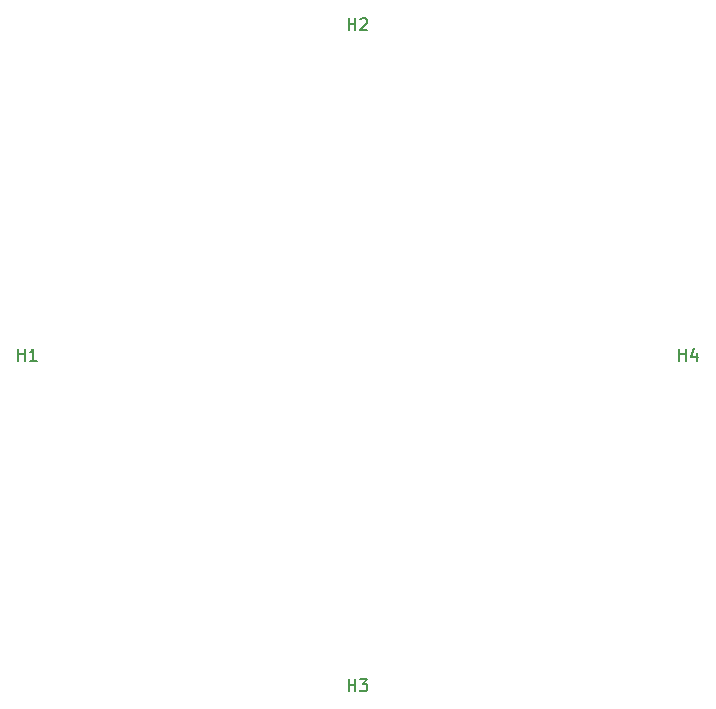
<source format=gbr>
G04 #@! TF.GenerationSoftware,KiCad,Pcbnew,(5.0.2)-1*
G04 #@! TF.CreationDate,2019-06-21T17:09:31-07:00*
G04 #@! TF.ProjectId,slip_ring_rotor,736c6970-5f72-4696-9e67-5f726f746f72,rev?*
G04 #@! TF.SameCoordinates,Original*
G04 #@! TF.FileFunction,Legend,Top*
G04 #@! TF.FilePolarity,Positive*
%FSLAX46Y46*%
G04 Gerber Fmt 4.6, Leading zero omitted, Abs format (unit mm)*
G04 Created by KiCad (PCBNEW (5.0.2)-1) date 6/21/2019 5:09:31 PM*
%MOMM*%
%LPD*%
G01*
G04 APERTURE LIST*
%ADD10C,0.150000*%
G04 APERTURE END LIST*
G04 #@! TO.C,H1*
D10*
X-28761904Y3747619D02*
X-28761904Y4747619D01*
X-28761904Y4271428D02*
X-28190476Y4271428D01*
X-28190476Y3747619D02*
X-28190476Y4747619D01*
X-27190476Y3747619D02*
X-27761904Y3747619D01*
X-27476190Y3747619D02*
X-27476190Y4747619D01*
X-27571428Y4604761D01*
X-27666666Y4509523D01*
X-27761904Y4461904D01*
G04 #@! TO.C,H2*
X-761904Y31747619D02*
X-761904Y32747619D01*
X-761904Y32271428D02*
X-190476Y32271428D01*
X-190476Y31747619D02*
X-190476Y32747619D01*
X238095Y32652380D02*
X285714Y32700000D01*
X380952Y32747619D01*
X619047Y32747619D01*
X714285Y32700000D01*
X761904Y32652380D01*
X809523Y32557142D01*
X809523Y32461904D01*
X761904Y32319047D01*
X190476Y31747619D01*
X809523Y31747619D01*
G04 #@! TO.C,H3*
X-761904Y-24252380D02*
X-761904Y-23252380D01*
X-761904Y-23728571D02*
X-190476Y-23728571D01*
X-190476Y-24252380D02*
X-190476Y-23252380D01*
X190476Y-23252380D02*
X809523Y-23252380D01*
X476190Y-23633333D01*
X619047Y-23633333D01*
X714285Y-23680952D01*
X761904Y-23728571D01*
X809523Y-23823809D01*
X809523Y-24061904D01*
X761904Y-24157142D01*
X714285Y-24204761D01*
X619047Y-24252380D01*
X333333Y-24252380D01*
X238095Y-24204761D01*
X190476Y-24157142D01*
G04 #@! TO.C,H4*
X27238095Y3747619D02*
X27238095Y4747619D01*
X27238095Y4271428D02*
X27809523Y4271428D01*
X27809523Y3747619D02*
X27809523Y4747619D01*
X28714285Y4414285D02*
X28714285Y3747619D01*
X28476190Y4795238D02*
X28238095Y4080952D01*
X28857142Y4080952D01*
G04 #@! TD*
M02*

</source>
